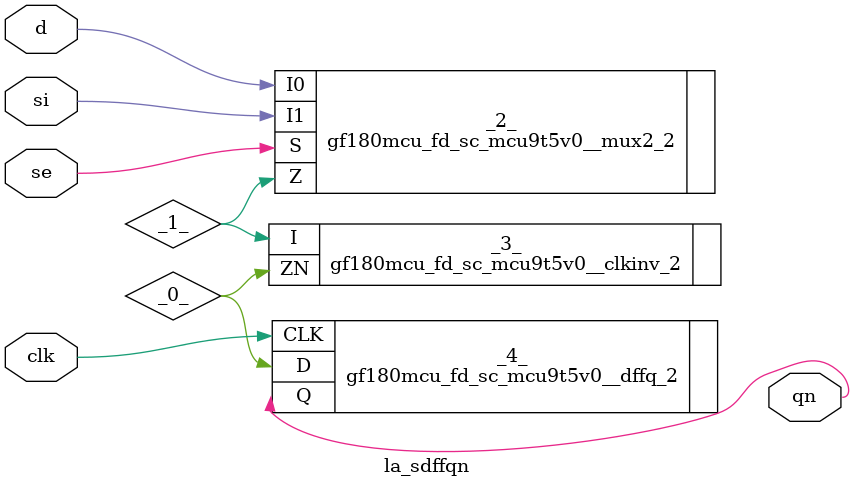
<source format=v>

/* Generated by Yosys 0.44 (git sha1 80ba43d26, g++ 11.4.0-1ubuntu1~22.04 -fPIC -O3) */

(* top =  1  *)
(* src = "generated" *)
module la_sdffqn (
    d,
    si,
    se,
    clk,
    qn
);
  (* src = "generated" *)
  wire _0_;
  wire _1_;
  (* src = "generated" *)
  input clk;
  wire clk;
  (* src = "generated" *)
  input d;
  wire d;
  (* src = "generated" *)
  output qn;
  wire qn;
  (* src = "generated" *)
  input se;
  wire se;
  (* src = "generated" *)
  input si;
  wire si;
  gf180mcu_fd_sc_mcu9t5v0__mux2_2 _2_ (
      .I0(d),
      .I1(si),
      .S (se),
      .Z (_1_)
  );
  gf180mcu_fd_sc_mcu9t5v0__clkinv_2 _3_ (
      .I (_1_),
      .ZN(_0_)
  );
  (* src = "generated" *)
  gf180mcu_fd_sc_mcu9t5v0__dffq_2 _4_ (
      .CLK(clk),
      .D  (_0_),
      .Q  (qn)
  );
endmodule

</source>
